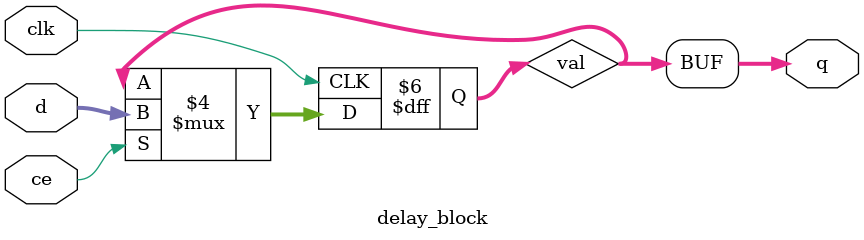
<source format=v>
`timescale 1ns / 1ps


module delay_block#
(
    parameter N=4
)
(
        input clk,
        input ce,
        input [N-1:0] d,
        output [N-1:0] q
    );
reg [N-1:0]val = 0;

always @(posedge clk)
begin
    if(ce) val<=d;
    else val<=val;
end

assign q=val; 
endmodule

</source>
